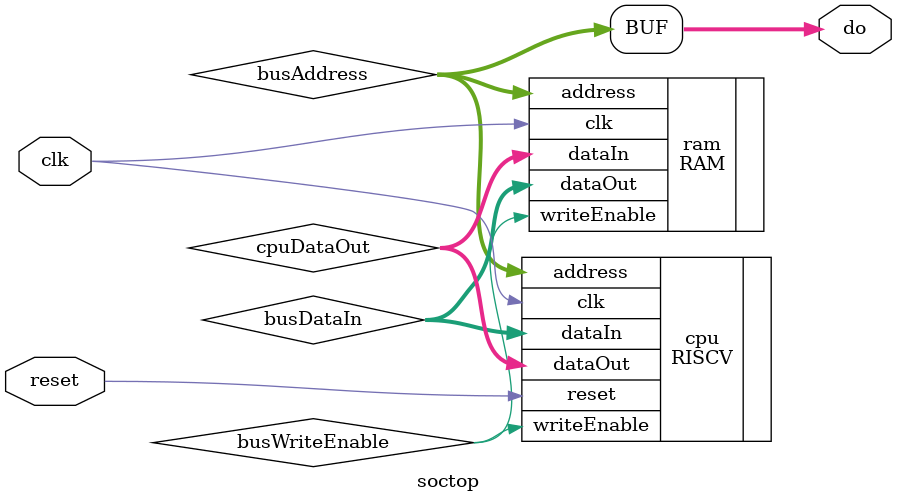
<source format=v>
/*
 * Copyright (c) 2021, Marcos Medeiros
 * Licensed under BSD 3-clause.
 */
module soctop(input clk, input reset, output [31:0] do);
    
    
    wire [31:0] busDataIn;
    wire [31:0] cpuDataOut;
    wire [31:0] busAddress;
    wire        busWriteEnable;
    
    assign do = busAddress;
    
    RAM ram(
        .clk(clk),
        .address(busAddress),
        .dataIn(cpuDataOut),
        .writeEnable(busWriteEnable),
        .dataOut(busDataIn)
    );
        
    RISCV cpu(
        .clk(clk),
        .reset(reset),
        .dataIn(busDataIn),
        .dataOut(cpuDataOut),
        .address(busAddress),
        .writeEnable(busWriteEnable)
    );
    
    
endmodule

</source>
